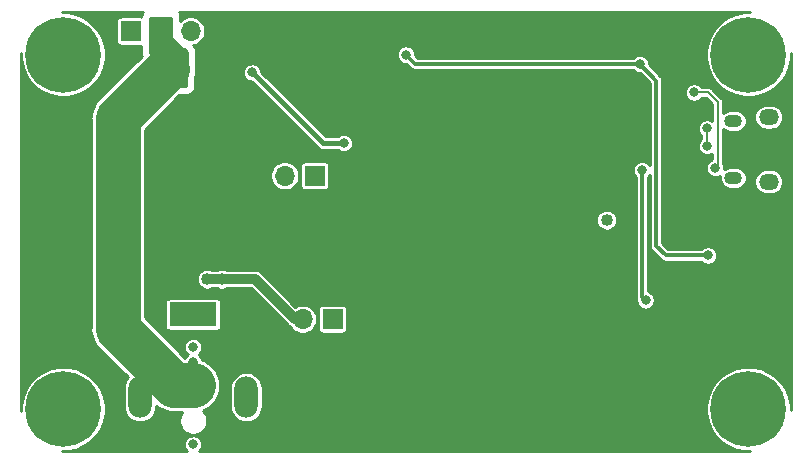
<source format=gbr>
%TF.GenerationSoftware,KiCad,Pcbnew,(5.1.6)-1*%
%TF.CreationDate,2020-06-23T15:14:12-07:00*%
%TF.ProjectId,LEDController,4c454443-6f6e-4747-926f-6c6c65722e6b,rev?*%
%TF.SameCoordinates,Original*%
%TF.FileFunction,Copper,L2,Bot*%
%TF.FilePolarity,Positive*%
%FSLAX46Y46*%
G04 Gerber Fmt 4.6, Leading zero omitted, Abs format (unit mm)*
G04 Created by KiCad (PCBNEW (5.1.6)-1) date 2020-06-23 15:14:12*
%MOMM*%
%LPD*%
G01*
G04 APERTURE LIST*
%TA.AperFunction,ComponentPad*%
%ADD10O,1.700000X1.700000*%
%TD*%
%TA.AperFunction,ComponentPad*%
%ADD11R,1.700000X1.700000*%
%TD*%
%TA.AperFunction,ComponentPad*%
%ADD12C,6.400000*%
%TD*%
%TA.AperFunction,ComponentPad*%
%ADD13C,0.800000*%
%TD*%
%TA.AperFunction,ComponentPad*%
%ADD14O,1.500000X1.100000*%
%TD*%
%TA.AperFunction,ComponentPad*%
%ADD15O,1.700000X1.350000*%
%TD*%
%TA.AperFunction,ComponentPad*%
%ADD16R,4.000000X2.000000*%
%TD*%
%TA.AperFunction,ComponentPad*%
%ADD17O,3.300000X2.000000*%
%TD*%
%TA.AperFunction,ComponentPad*%
%ADD18O,2.000000X3.500000*%
%TD*%
%TA.AperFunction,ViaPad*%
%ADD19C,1.016000*%
%TD*%
%TA.AperFunction,ViaPad*%
%ADD20C,0.800000*%
%TD*%
%TA.AperFunction,Conductor*%
%ADD21C,3.810000*%
%TD*%
%TA.AperFunction,Conductor*%
%ADD22C,0.304800*%
%TD*%
%TA.AperFunction,Conductor*%
%ADD23C,0.812800*%
%TD*%
%TA.AperFunction,Conductor*%
%ADD24C,0.203200*%
%TD*%
%TA.AperFunction,Conductor*%
%ADD25C,0.406400*%
%TD*%
%TA.AperFunction,Conductor*%
%ADD26C,0.254000*%
%TD*%
G04 APERTURE END LIST*
D10*
%TO.P,J7,2*%
%TO.N,VCC*%
X98260000Y-68400000D03*
D11*
%TO.P,J7,1*%
%TO.N,Net-(D1-Pad2)*%
X100800000Y-68400000D03*
%TD*%
D12*
%TO.P,H1,1*%
%TO.N,GND*%
X78000000Y-46000000D03*
D13*
X78000000Y-43600000D03*
X79697056Y-44302944D03*
X80400000Y-46000000D03*
X79697056Y-47697056D03*
X78000000Y-48400000D03*
X76302944Y-47697056D03*
X75600000Y-46000000D03*
X76302944Y-44302944D03*
%TD*%
%TO.P,H2,1*%
%TO.N,GND*%
X76302944Y-74302944D03*
X75600000Y-76000000D03*
X76302944Y-77697056D03*
X78000000Y-78400000D03*
X79697056Y-77697056D03*
X80400000Y-76000000D03*
X79697056Y-74302944D03*
X78000000Y-73600000D03*
D12*
X78000000Y-76000000D03*
%TD*%
%TO.P,H3,1*%
%TO.N,GND*%
X136000000Y-46000000D03*
D13*
X136000000Y-43600000D03*
X137697056Y-44302944D03*
X138400000Y-46000000D03*
X137697056Y-47697056D03*
X136000000Y-48400000D03*
X134302944Y-47697056D03*
X133600000Y-46000000D03*
X134302944Y-44302944D03*
%TD*%
%TO.P,H4,1*%
%TO.N,GND*%
X134302944Y-74302944D03*
X133600000Y-76000000D03*
X134302944Y-77697056D03*
X136000000Y-78400000D03*
X137697056Y-77697056D03*
X138400000Y-76000000D03*
X137697056Y-74302944D03*
X136000000Y-73600000D03*
D12*
X136000000Y-76000000D03*
%TD*%
D14*
%TO.P,J1,6*%
%TO.N,GND*%
X134730000Y-56445000D03*
X134730000Y-51605000D03*
D15*
X137730000Y-56755000D03*
X137730000Y-51295000D03*
%TD*%
D16*
%TO.P,J2,1*%
%TO.N,VCC*%
X89000000Y-68000000D03*
D17*
%TO.P,J2,2*%
%TO.N,GND*%
X89000000Y-74000000D03*
D18*
%TO.P,J2,MP*%
X84500000Y-75000000D03*
X93500000Y-75000000D03*
%TD*%
D11*
%TO.P,J3,1*%
%TO.N,VCC*%
X83710000Y-44000000D03*
D10*
%TO.P,J3,2*%
%TO.N,GND*%
X86250000Y-44000000D03*
%TO.P,J3,3*%
%TO.N,LED_PIN*%
X88790000Y-44000000D03*
%TD*%
%TO.P,J6,2*%
%TO.N,GND*%
X96750000Y-56250000D03*
D11*
%TO.P,J6,1*%
%TO.N,GPIO*%
X99290000Y-56250000D03*
%TD*%
D19*
%TO.N,GND*%
X86800000Y-46000000D03*
X88000000Y-47200000D03*
X86800000Y-47200000D03*
X87400000Y-48200000D03*
X88000000Y-46000000D03*
D20*
X89000000Y-70750000D03*
X89000000Y-72000000D03*
X89000000Y-79000000D03*
D19*
%TO.N,BOOT*%
X124000000Y-60000000D03*
%TO.N,+3V3*%
X98750000Y-46250000D03*
D20*
X116600000Y-63400000D03*
X131500000Y-50500000D03*
X104950000Y-69250000D03*
X105950000Y-69250000D03*
X106950000Y-69250000D03*
X106950000Y-70250000D03*
X105950000Y-70250000D03*
X106950000Y-71250000D03*
X104950000Y-68250000D03*
X105950000Y-68250000D03*
X106950000Y-68250000D03*
X107950000Y-68250000D03*
X108950000Y-68250000D03*
X131000000Y-47800000D03*
D19*
X100000000Y-46250000D03*
X100000000Y-47500000D03*
D20*
%TO.N,RESET*%
X132600000Y-63000000D03*
X126800000Y-46800000D03*
X107000000Y-46000000D03*
D19*
%TO.N,VCC*%
X90200000Y-65000000D03*
X91400000Y-65000000D03*
D20*
%TO.N,VBUS*%
X131400000Y-49200000D03*
X133200000Y-55600000D03*
%TO.N,D-*%
X132500000Y-52250000D03*
X132500000Y-53750000D03*
%TO.N,LED_PIN*%
X94000000Y-47500000D03*
X101750000Y-53500000D03*
%TO.N,RTS*%
X127300000Y-66799998D03*
X127000000Y-55750000D03*
%TD*%
D21*
%TO.N,GND*%
X86800000Y-47200000D02*
X82600000Y-51400000D01*
X82600000Y-51400000D02*
X82600000Y-69200000D01*
X87400000Y-74000000D02*
X82600000Y-69200000D01*
X89000000Y-74000000D02*
X87400000Y-74000000D01*
D22*
%TO.N,RESET*%
X132600000Y-63000000D02*
X129000000Y-63000000D01*
X129000000Y-63000000D02*
X128200000Y-62200000D01*
X128200000Y-62200000D02*
X128200000Y-48200000D01*
X128200000Y-48200000D02*
X126800000Y-46800000D01*
X126800000Y-46800000D02*
X126800000Y-46800000D01*
X126800000Y-46800000D02*
X107800000Y-46800000D01*
X107800000Y-46800000D02*
X107000000Y-46000000D01*
X107000000Y-46000000D02*
X107000000Y-46000000D01*
D23*
%TO.N,VCC*%
X94200000Y-65000000D02*
X97600000Y-68400000D01*
X97600000Y-68400000D02*
X98200000Y-68400000D01*
X91400000Y-65000000D02*
X94200000Y-65000000D01*
X90200000Y-65000000D02*
X91400000Y-65000000D01*
D24*
%TO.N,VBUS*%
X131400000Y-49200000D02*
X132600000Y-49200000D01*
X132600000Y-49200000D02*
X133400000Y-50000000D01*
X133400000Y-50000000D02*
X133400000Y-55400000D01*
X133400000Y-55400000D02*
X133200000Y-55600000D01*
X133200000Y-55600000D02*
X133200000Y-55600000D01*
%TO.N,D-*%
X132500000Y-53750000D02*
X132500000Y-52250000D01*
D25*
%TO.N,LED_PIN*%
X94000000Y-47500000D02*
X97750000Y-51250000D01*
X97750000Y-51250000D02*
X100000000Y-53500000D01*
X100000000Y-53500000D02*
X101750000Y-53500000D01*
D22*
X101750000Y-53500000D02*
X101750000Y-53500000D01*
%TO.N,RTS*%
X127000000Y-66499998D02*
X127300000Y-66799998D01*
X127000000Y-55750000D02*
X127000000Y-66499998D01*
%TD*%
D26*
%TO.N,+3V3*%
G36*
X84663336Y-42506996D02*
G01*
X84627201Y-42626118D01*
X84615000Y-42750000D01*
X84615000Y-42772574D01*
X84560000Y-42767157D01*
X82860000Y-42767157D01*
X82785311Y-42774513D01*
X82713492Y-42796299D01*
X82647304Y-42831678D01*
X82589289Y-42879289D01*
X82541678Y-42937304D01*
X82506299Y-43003492D01*
X82484513Y-43075311D01*
X82477157Y-43150000D01*
X82477157Y-44850000D01*
X82484513Y-44924689D01*
X82506299Y-44996508D01*
X82541678Y-45062696D01*
X82589289Y-45120711D01*
X82647304Y-45168322D01*
X82713492Y-45203701D01*
X82785311Y-45225487D01*
X82860000Y-45232843D01*
X84560000Y-45232843D01*
X84615000Y-45227426D01*
X84615000Y-46000000D01*
X84627201Y-46123882D01*
X84630931Y-46136177D01*
X81062967Y-49704142D01*
X80975733Y-49775733D01*
X80690064Y-50123823D01*
X80477793Y-50520954D01*
X80347077Y-50951867D01*
X80317714Y-51250000D01*
X80302940Y-51400000D01*
X80314000Y-51512293D01*
X80314001Y-69087698D01*
X80302940Y-69200000D01*
X80347078Y-69648134D01*
X80477793Y-70079046D01*
X80638688Y-70380058D01*
X80690065Y-70476178D01*
X80975734Y-70824267D01*
X81062962Y-70895853D01*
X83481398Y-73314289D01*
X83346185Y-73479046D01*
X83217949Y-73718958D01*
X83138982Y-73979278D01*
X83119000Y-74182158D01*
X83119000Y-75817843D01*
X83138982Y-76020723D01*
X83217950Y-76281043D01*
X83346186Y-76520955D01*
X83518762Y-76731239D01*
X83729046Y-76903815D01*
X83968958Y-77032051D01*
X84229278Y-77111018D01*
X84500000Y-77137682D01*
X84770723Y-77111018D01*
X85031043Y-77032051D01*
X85270955Y-76903815D01*
X85481239Y-76731239D01*
X85653815Y-76520955D01*
X85782051Y-76281043D01*
X85861018Y-76020723D01*
X85881000Y-75817843D01*
X85881000Y-75710657D01*
X86123822Y-75909936D01*
X86520953Y-76122207D01*
X86951866Y-76252923D01*
X87287705Y-76286000D01*
X87287707Y-76286000D01*
X87399999Y-76297060D01*
X87512292Y-76286000D01*
X88056704Y-76286000D01*
X87953412Y-76440587D01*
X87864386Y-76655515D01*
X87819000Y-76883682D01*
X87819000Y-77116318D01*
X87864386Y-77344485D01*
X87953412Y-77559413D01*
X88082658Y-77752843D01*
X88247157Y-77917342D01*
X88440587Y-78046588D01*
X88655515Y-78135614D01*
X88883682Y-78181000D01*
X89116318Y-78181000D01*
X89344485Y-78135614D01*
X89559413Y-78046588D01*
X89752843Y-77917342D01*
X89917342Y-77752843D01*
X90046588Y-77559413D01*
X90135614Y-77344485D01*
X90181000Y-77116318D01*
X90181000Y-76883682D01*
X90135614Y-76655515D01*
X90046588Y-76440587D01*
X89917342Y-76247157D01*
X89812560Y-76142375D01*
X89879047Y-76122207D01*
X90276178Y-75909936D01*
X90624267Y-75624267D01*
X90909936Y-75276178D01*
X91122207Y-74879047D01*
X91252923Y-74448134D01*
X91279119Y-74182158D01*
X92119000Y-74182158D01*
X92119000Y-75817843D01*
X92138982Y-76020723D01*
X92217950Y-76281043D01*
X92346186Y-76520955D01*
X92518762Y-76731239D01*
X92729046Y-76903815D01*
X92968958Y-77032051D01*
X93229278Y-77111018D01*
X93500000Y-77137682D01*
X93770723Y-77111018D01*
X94031043Y-77032051D01*
X94270955Y-76903815D01*
X94481239Y-76731239D01*
X94653815Y-76520955D01*
X94782051Y-76281043D01*
X94861018Y-76020723D01*
X94881000Y-75817843D01*
X94881000Y-74182157D01*
X94861018Y-73979277D01*
X94782051Y-73718957D01*
X94653815Y-73479045D01*
X94481238Y-73268761D01*
X94270954Y-73096185D01*
X94031042Y-72967949D01*
X93770722Y-72888982D01*
X93500000Y-72862318D01*
X93229277Y-72888982D01*
X92968957Y-72967949D01*
X92729045Y-73096185D01*
X92518761Y-73268762D01*
X92346185Y-73479046D01*
X92217949Y-73718958D01*
X92138982Y-73979278D01*
X92119000Y-74182158D01*
X91279119Y-74182158D01*
X91297060Y-74000000D01*
X91252923Y-73551866D01*
X91122207Y-73120953D01*
X90909936Y-72723822D01*
X90624267Y-72375733D01*
X90276178Y-72090064D01*
X89879047Y-71877793D01*
X89765118Y-71843233D01*
X89750987Y-71772191D01*
X89692113Y-71630058D01*
X89606642Y-71502141D01*
X89497859Y-71393358D01*
X89470384Y-71375000D01*
X89497859Y-71356642D01*
X89606642Y-71247859D01*
X89692113Y-71119942D01*
X89750987Y-70977809D01*
X89781000Y-70826922D01*
X89781000Y-70673078D01*
X89750987Y-70522191D01*
X89692113Y-70380058D01*
X89606642Y-70252141D01*
X89497859Y-70143358D01*
X89369942Y-70057887D01*
X89227809Y-69999013D01*
X89076922Y-69969000D01*
X88923078Y-69969000D01*
X88772191Y-69999013D01*
X88630058Y-70057887D01*
X88502141Y-70143358D01*
X88393358Y-70252141D01*
X88307887Y-70380058D01*
X88249013Y-70522191D01*
X88219000Y-70673078D01*
X88219000Y-70826922D01*
X88249013Y-70977809D01*
X88307887Y-71119942D01*
X88393358Y-71247859D01*
X88502141Y-71356642D01*
X88529616Y-71375000D01*
X88502141Y-71393358D01*
X88393358Y-71502141D01*
X88307887Y-71630058D01*
X88294725Y-71661833D01*
X84886000Y-68253109D01*
X84886000Y-67000000D01*
X86617157Y-67000000D01*
X86617157Y-69000000D01*
X86624513Y-69074689D01*
X86646299Y-69146508D01*
X86681678Y-69212696D01*
X86729289Y-69270711D01*
X86787304Y-69318322D01*
X86853492Y-69353701D01*
X86925311Y-69375487D01*
X87000000Y-69382843D01*
X91000000Y-69382843D01*
X91074689Y-69375487D01*
X91146508Y-69353701D01*
X91212696Y-69318322D01*
X91270711Y-69270711D01*
X91318322Y-69212696D01*
X91353701Y-69146508D01*
X91375487Y-69074689D01*
X91382843Y-69000000D01*
X91382843Y-67000000D01*
X91375487Y-66925311D01*
X91353701Y-66853492D01*
X91318322Y-66787304D01*
X91270711Y-66729289D01*
X91212696Y-66681678D01*
X91146508Y-66646299D01*
X91074689Y-66624513D01*
X91000000Y-66617157D01*
X87000000Y-66617157D01*
X86925311Y-66624513D01*
X86853492Y-66646299D01*
X86787304Y-66681678D01*
X86729289Y-66729289D01*
X86681678Y-66787304D01*
X86646299Y-66853492D01*
X86624513Y-66925311D01*
X86617157Y-67000000D01*
X84886000Y-67000000D01*
X84886000Y-64912441D01*
X89311000Y-64912441D01*
X89311000Y-65087559D01*
X89345164Y-65259312D01*
X89412179Y-65421099D01*
X89509469Y-65566704D01*
X89633296Y-65690531D01*
X89778901Y-65787821D01*
X89940688Y-65854836D01*
X90112441Y-65889000D01*
X90287559Y-65889000D01*
X90459312Y-65854836D01*
X90621099Y-65787821D01*
X90621729Y-65787400D01*
X90978271Y-65787400D01*
X90978901Y-65787821D01*
X91140688Y-65854836D01*
X91312441Y-65889000D01*
X91487559Y-65889000D01*
X91659312Y-65854836D01*
X91821099Y-65787821D01*
X91821729Y-65787400D01*
X93873850Y-65787400D01*
X97015881Y-68929433D01*
X97040531Y-68959469D01*
X97070567Y-68984119D01*
X97070569Y-68984121D01*
X97089918Y-69000000D01*
X97160428Y-69057866D01*
X97251636Y-69106618D01*
X97303820Y-69184717D01*
X97475283Y-69356180D01*
X97676903Y-69490898D01*
X97900931Y-69583693D01*
X98138757Y-69631000D01*
X98381243Y-69631000D01*
X98619069Y-69583693D01*
X98843097Y-69490898D01*
X99044717Y-69356180D01*
X99216180Y-69184717D01*
X99350898Y-68983097D01*
X99443693Y-68759069D01*
X99491000Y-68521243D01*
X99491000Y-68278757D01*
X99443693Y-68040931D01*
X99350898Y-67816903D01*
X99216180Y-67615283D01*
X99150897Y-67550000D01*
X99567157Y-67550000D01*
X99567157Y-69250000D01*
X99574513Y-69324689D01*
X99596299Y-69396508D01*
X99631678Y-69462696D01*
X99679289Y-69520711D01*
X99737304Y-69568322D01*
X99803492Y-69603701D01*
X99875311Y-69625487D01*
X99950000Y-69632843D01*
X101650000Y-69632843D01*
X101724689Y-69625487D01*
X101796508Y-69603701D01*
X101862696Y-69568322D01*
X101920711Y-69520711D01*
X101968322Y-69462696D01*
X102003701Y-69396508D01*
X102025487Y-69324689D01*
X102032843Y-69250000D01*
X102032843Y-67550000D01*
X102025487Y-67475311D01*
X102003701Y-67403492D01*
X101968322Y-67337304D01*
X101920711Y-67279289D01*
X101862696Y-67231678D01*
X101796508Y-67196299D01*
X101724689Y-67174513D01*
X101650000Y-67167157D01*
X99950000Y-67167157D01*
X99875311Y-67174513D01*
X99803492Y-67196299D01*
X99737304Y-67231678D01*
X99679289Y-67279289D01*
X99631678Y-67337304D01*
X99596299Y-67403492D01*
X99574513Y-67475311D01*
X99567157Y-67550000D01*
X99150897Y-67550000D01*
X99044717Y-67443820D01*
X98843097Y-67309102D01*
X98619069Y-67216307D01*
X98381243Y-67169000D01*
X98138757Y-67169000D01*
X97900931Y-67216307D01*
X97676903Y-67309102D01*
X97644383Y-67330831D01*
X94784128Y-64470578D01*
X94759469Y-64440531D01*
X94639572Y-64342134D01*
X94502783Y-64269018D01*
X94354357Y-64223994D01*
X94238673Y-64212600D01*
X94238663Y-64212600D01*
X94200000Y-64208792D01*
X94161337Y-64212600D01*
X91821729Y-64212600D01*
X91821099Y-64212179D01*
X91659312Y-64145164D01*
X91487559Y-64111000D01*
X91312441Y-64111000D01*
X91140688Y-64145164D01*
X90978901Y-64212179D01*
X90978271Y-64212600D01*
X90621729Y-64212600D01*
X90621099Y-64212179D01*
X90459312Y-64145164D01*
X90287559Y-64111000D01*
X90112441Y-64111000D01*
X89940688Y-64145164D01*
X89778901Y-64212179D01*
X89633296Y-64309469D01*
X89509469Y-64433296D01*
X89412179Y-64578901D01*
X89345164Y-64740688D01*
X89311000Y-64912441D01*
X84886000Y-64912441D01*
X84886000Y-59912441D01*
X123111000Y-59912441D01*
X123111000Y-60087559D01*
X123145164Y-60259312D01*
X123212179Y-60421099D01*
X123309469Y-60566704D01*
X123433296Y-60690531D01*
X123578901Y-60787821D01*
X123740688Y-60854836D01*
X123912441Y-60889000D01*
X124087559Y-60889000D01*
X124259312Y-60854836D01*
X124421099Y-60787821D01*
X124566704Y-60690531D01*
X124690531Y-60566704D01*
X124787821Y-60421099D01*
X124854836Y-60259312D01*
X124889000Y-60087559D01*
X124889000Y-59912441D01*
X124854836Y-59740688D01*
X124787821Y-59578901D01*
X124690531Y-59433296D01*
X124566704Y-59309469D01*
X124421099Y-59212179D01*
X124259312Y-59145164D01*
X124087559Y-59111000D01*
X123912441Y-59111000D01*
X123740688Y-59145164D01*
X123578901Y-59212179D01*
X123433296Y-59309469D01*
X123309469Y-59433296D01*
X123212179Y-59578901D01*
X123145164Y-59740688D01*
X123111000Y-59912441D01*
X84886000Y-59912441D01*
X84886000Y-56128757D01*
X95519000Y-56128757D01*
X95519000Y-56371243D01*
X95566307Y-56609069D01*
X95659102Y-56833097D01*
X95793820Y-57034717D01*
X95965283Y-57206180D01*
X96166903Y-57340898D01*
X96390931Y-57433693D01*
X96628757Y-57481000D01*
X96871243Y-57481000D01*
X97109069Y-57433693D01*
X97333097Y-57340898D01*
X97534717Y-57206180D01*
X97706180Y-57034717D01*
X97840898Y-56833097D01*
X97933693Y-56609069D01*
X97981000Y-56371243D01*
X97981000Y-56128757D01*
X97933693Y-55890931D01*
X97840898Y-55666903D01*
X97706180Y-55465283D01*
X97640897Y-55400000D01*
X98057157Y-55400000D01*
X98057157Y-57100000D01*
X98064513Y-57174689D01*
X98086299Y-57246508D01*
X98121678Y-57312696D01*
X98169289Y-57370711D01*
X98227304Y-57418322D01*
X98293492Y-57453701D01*
X98365311Y-57475487D01*
X98440000Y-57482843D01*
X100140000Y-57482843D01*
X100214689Y-57475487D01*
X100286508Y-57453701D01*
X100352696Y-57418322D01*
X100410711Y-57370711D01*
X100458322Y-57312696D01*
X100493701Y-57246508D01*
X100515487Y-57174689D01*
X100522843Y-57100000D01*
X100522843Y-55400000D01*
X100515487Y-55325311D01*
X100493701Y-55253492D01*
X100458322Y-55187304D01*
X100410711Y-55129289D01*
X100352696Y-55081678D01*
X100286508Y-55046299D01*
X100214689Y-55024513D01*
X100140000Y-55017157D01*
X98440000Y-55017157D01*
X98365311Y-55024513D01*
X98293492Y-55046299D01*
X98227304Y-55081678D01*
X98169289Y-55129289D01*
X98121678Y-55187304D01*
X98086299Y-55253492D01*
X98064513Y-55325311D01*
X98057157Y-55400000D01*
X97640897Y-55400000D01*
X97534717Y-55293820D01*
X97333097Y-55159102D01*
X97109069Y-55066307D01*
X96871243Y-55019000D01*
X96628757Y-55019000D01*
X96390931Y-55066307D01*
X96166903Y-55159102D01*
X95965283Y-55293820D01*
X95793820Y-55465283D01*
X95659102Y-55666903D01*
X95566307Y-55890931D01*
X95519000Y-56128757D01*
X84886000Y-56128757D01*
X84886000Y-52346891D01*
X87797892Y-49435000D01*
X88200000Y-49435000D01*
X88367717Y-49412451D01*
X88439454Y-49385000D01*
X88500000Y-49385000D01*
X88588150Y-49378852D01*
X88709139Y-49349571D01*
X88822091Y-49297250D01*
X88922665Y-49223898D01*
X89006997Y-49132334D01*
X89071845Y-49026077D01*
X89114717Y-48909211D01*
X89133966Y-48786227D01*
X89187765Y-47844751D01*
X89202414Y-47800803D01*
X89222799Y-47723882D01*
X89235000Y-47600000D01*
X89235000Y-47423078D01*
X93219000Y-47423078D01*
X93219000Y-47576922D01*
X93249013Y-47727809D01*
X93307887Y-47869942D01*
X93393358Y-47997859D01*
X93502141Y-48106642D01*
X93630058Y-48192113D01*
X93772191Y-48250987D01*
X93923078Y-48281000D01*
X93954817Y-48281000D01*
X97357196Y-51683380D01*
X97357201Y-51683384D01*
X99566622Y-53892806D01*
X99584910Y-53915090D01*
X99607194Y-53933378D01*
X99607196Y-53933380D01*
X99673866Y-53988094D01*
X99775355Y-54042341D01*
X99885477Y-54075746D01*
X100000000Y-54087026D01*
X100028692Y-54084200D01*
X101229699Y-54084200D01*
X101252141Y-54106642D01*
X101380058Y-54192113D01*
X101522191Y-54250987D01*
X101673078Y-54281000D01*
X101826922Y-54281000D01*
X101977809Y-54250987D01*
X102119942Y-54192113D01*
X102247859Y-54106642D01*
X102356642Y-53997859D01*
X102442113Y-53869942D01*
X102500987Y-53727809D01*
X102531000Y-53576922D01*
X102531000Y-53423078D01*
X102500987Y-53272191D01*
X102442113Y-53130058D01*
X102356642Y-53002141D01*
X102247859Y-52893358D01*
X102119942Y-52807887D01*
X101977809Y-52749013D01*
X101826922Y-52719000D01*
X101673078Y-52719000D01*
X101522191Y-52749013D01*
X101380058Y-52807887D01*
X101252141Y-52893358D01*
X101229699Y-52915800D01*
X100241984Y-52915800D01*
X98183384Y-50857201D01*
X98183380Y-50857196D01*
X94781000Y-47454817D01*
X94781000Y-47423078D01*
X94750987Y-47272191D01*
X94692113Y-47130058D01*
X94606642Y-47002141D01*
X94497859Y-46893358D01*
X94369942Y-46807887D01*
X94227809Y-46749013D01*
X94076922Y-46719000D01*
X93923078Y-46719000D01*
X93772191Y-46749013D01*
X93630058Y-46807887D01*
X93502141Y-46893358D01*
X93393358Y-47002141D01*
X93307887Y-47130058D01*
X93249013Y-47272191D01*
X93219000Y-47423078D01*
X89235000Y-47423078D01*
X89235000Y-45923078D01*
X106219000Y-45923078D01*
X106219000Y-46076922D01*
X106249013Y-46227809D01*
X106307887Y-46369942D01*
X106393358Y-46497859D01*
X106502141Y-46606642D01*
X106630058Y-46692113D01*
X106772191Y-46750987D01*
X106923078Y-46781000D01*
X107026659Y-46781000D01*
X107404304Y-47158645D01*
X107421005Y-47178995D01*
X107502225Y-47245651D01*
X107594889Y-47295181D01*
X107695435Y-47325681D01*
X107773805Y-47333400D01*
X107773813Y-47333400D01*
X107800000Y-47335979D01*
X107826187Y-47333400D01*
X126228899Y-47333400D01*
X126302141Y-47406642D01*
X126430058Y-47492113D01*
X126572191Y-47550987D01*
X126723078Y-47581000D01*
X126826659Y-47581000D01*
X127666601Y-48420943D01*
X127666600Y-55341876D01*
X127606642Y-55252141D01*
X127497859Y-55143358D01*
X127369942Y-55057887D01*
X127227809Y-54999013D01*
X127076922Y-54969000D01*
X126923078Y-54969000D01*
X126772191Y-54999013D01*
X126630058Y-55057887D01*
X126502141Y-55143358D01*
X126393358Y-55252141D01*
X126307887Y-55380058D01*
X126249013Y-55522191D01*
X126219000Y-55673078D01*
X126219000Y-55826922D01*
X126249013Y-55977809D01*
X126307887Y-56119942D01*
X126393358Y-56247859D01*
X126466600Y-56321101D01*
X126466601Y-66473801D01*
X126464021Y-66499998D01*
X126474319Y-66604562D01*
X126504819Y-66705108D01*
X126517744Y-66729289D01*
X126519000Y-66731638D01*
X126519000Y-66876920D01*
X126549013Y-67027807D01*
X126607887Y-67169940D01*
X126693358Y-67297857D01*
X126802141Y-67406640D01*
X126930058Y-67492111D01*
X127072191Y-67550985D01*
X127223078Y-67580998D01*
X127376922Y-67580998D01*
X127527809Y-67550985D01*
X127669942Y-67492111D01*
X127797859Y-67406640D01*
X127906642Y-67297857D01*
X127992113Y-67169940D01*
X128050987Y-67027807D01*
X128081000Y-66876920D01*
X128081000Y-66723076D01*
X128050987Y-66572189D01*
X127992113Y-66430056D01*
X127906642Y-66302139D01*
X127797859Y-66193356D01*
X127669942Y-66107885D01*
X127533400Y-66051327D01*
X127533400Y-56321101D01*
X127606642Y-56247859D01*
X127666600Y-56158124D01*
X127666600Y-62173813D01*
X127664021Y-62200000D01*
X127666600Y-62226187D01*
X127666600Y-62226194D01*
X127674319Y-62304564D01*
X127704819Y-62405110D01*
X127754349Y-62497775D01*
X127821005Y-62578995D01*
X127841355Y-62595696D01*
X128604304Y-63358645D01*
X128621005Y-63378995D01*
X128702225Y-63445651D01*
X128794889Y-63495181D01*
X128895435Y-63525681D01*
X128973805Y-63533400D01*
X128973813Y-63533400D01*
X129000000Y-63535979D01*
X129026187Y-63533400D01*
X132028899Y-63533400D01*
X132102141Y-63606642D01*
X132230058Y-63692113D01*
X132372191Y-63750987D01*
X132523078Y-63781000D01*
X132676922Y-63781000D01*
X132827809Y-63750987D01*
X132969942Y-63692113D01*
X133097859Y-63606642D01*
X133206642Y-63497859D01*
X133292113Y-63369942D01*
X133350987Y-63227809D01*
X133381000Y-63076922D01*
X133381000Y-62923078D01*
X133350987Y-62772191D01*
X133292113Y-62630058D01*
X133206642Y-62502141D01*
X133097859Y-62393358D01*
X132969942Y-62307887D01*
X132827809Y-62249013D01*
X132676922Y-62219000D01*
X132523078Y-62219000D01*
X132372191Y-62249013D01*
X132230058Y-62307887D01*
X132102141Y-62393358D01*
X132028899Y-62466600D01*
X129220941Y-62466600D01*
X128733400Y-61979059D01*
X128733400Y-49123078D01*
X130619000Y-49123078D01*
X130619000Y-49276922D01*
X130649013Y-49427809D01*
X130707887Y-49569942D01*
X130793358Y-49697859D01*
X130902141Y-49806642D01*
X131030058Y-49892113D01*
X131172191Y-49950987D01*
X131323078Y-49981000D01*
X131476922Y-49981000D01*
X131627809Y-49950987D01*
X131769942Y-49892113D01*
X131897859Y-49806642D01*
X132006642Y-49697859D01*
X132016838Y-49682600D01*
X132400101Y-49682600D01*
X132917400Y-50199900D01*
X132917400Y-51589597D01*
X132869942Y-51557887D01*
X132727809Y-51499013D01*
X132576922Y-51469000D01*
X132423078Y-51469000D01*
X132272191Y-51499013D01*
X132130058Y-51557887D01*
X132002141Y-51643358D01*
X131893358Y-51752141D01*
X131807887Y-51880058D01*
X131749013Y-52022191D01*
X131719000Y-52173078D01*
X131719000Y-52326922D01*
X131749013Y-52477809D01*
X131807887Y-52619942D01*
X131893358Y-52747859D01*
X132002141Y-52856642D01*
X132017401Y-52866838D01*
X132017400Y-53133162D01*
X132002141Y-53143358D01*
X131893358Y-53252141D01*
X131807887Y-53380058D01*
X131749013Y-53522191D01*
X131719000Y-53673078D01*
X131719000Y-53826922D01*
X131749013Y-53977809D01*
X131807887Y-54119942D01*
X131893358Y-54247859D01*
X132002141Y-54356642D01*
X132130058Y-54442113D01*
X132272191Y-54500987D01*
X132423078Y-54531000D01*
X132576922Y-54531000D01*
X132727809Y-54500987D01*
X132869942Y-54442113D01*
X132917401Y-54410402D01*
X132917401Y-54871708D01*
X132830058Y-54907887D01*
X132702141Y-54993358D01*
X132593358Y-55102141D01*
X132507887Y-55230058D01*
X132449013Y-55372191D01*
X132419000Y-55523078D01*
X132419000Y-55676922D01*
X132449013Y-55827809D01*
X132507887Y-55969942D01*
X132593358Y-56097859D01*
X132702141Y-56206642D01*
X132830058Y-56292113D01*
X132972191Y-56350987D01*
X133123078Y-56381000D01*
X133276922Y-56381000D01*
X133427809Y-56350987D01*
X133569942Y-56292113D01*
X133612344Y-56263781D01*
X133594496Y-56445000D01*
X133612471Y-56627508D01*
X133665707Y-56803002D01*
X133752157Y-56964738D01*
X133868499Y-57106501D01*
X134010262Y-57222843D01*
X134171998Y-57309293D01*
X134347492Y-57362529D01*
X134484269Y-57376000D01*
X134975731Y-57376000D01*
X135112508Y-57362529D01*
X135288002Y-57309293D01*
X135449738Y-57222843D01*
X135591501Y-57106501D01*
X135707843Y-56964738D01*
X135794293Y-56803002D01*
X135808854Y-56755000D01*
X136493891Y-56755000D01*
X136514280Y-56962012D01*
X136574663Y-57161069D01*
X136672720Y-57344521D01*
X136804683Y-57505317D01*
X136965479Y-57637280D01*
X137148931Y-57735337D01*
X137347988Y-57795720D01*
X137503128Y-57811000D01*
X137956872Y-57811000D01*
X138112012Y-57795720D01*
X138311069Y-57735337D01*
X138494521Y-57637280D01*
X138655317Y-57505317D01*
X138787280Y-57344521D01*
X138885337Y-57161069D01*
X138945720Y-56962012D01*
X138966109Y-56755000D01*
X138945720Y-56547988D01*
X138885337Y-56348931D01*
X138787280Y-56165479D01*
X138655317Y-56004683D01*
X138494521Y-55872720D01*
X138311069Y-55774663D01*
X138112012Y-55714280D01*
X137956872Y-55699000D01*
X137503128Y-55699000D01*
X137347988Y-55714280D01*
X137148931Y-55774663D01*
X136965479Y-55872720D01*
X136804683Y-56004683D01*
X136672720Y-56165479D01*
X136574663Y-56348931D01*
X136514280Y-56547988D01*
X136493891Y-56755000D01*
X135808854Y-56755000D01*
X135847529Y-56627508D01*
X135865504Y-56445000D01*
X135847529Y-56262492D01*
X135794293Y-56086998D01*
X135707843Y-55925262D01*
X135591501Y-55783499D01*
X135449738Y-55667157D01*
X135288002Y-55580707D01*
X135112508Y-55527471D01*
X134975731Y-55514000D01*
X134484269Y-55514000D01*
X134347492Y-55527471D01*
X134171998Y-55580707D01*
X134010262Y-55667157D01*
X133977613Y-55693952D01*
X133981000Y-55676922D01*
X133981000Y-55523078D01*
X133950987Y-55372191D01*
X133892113Y-55230058D01*
X133882600Y-55215821D01*
X133882600Y-52278073D01*
X134010262Y-52382843D01*
X134171998Y-52469293D01*
X134347492Y-52522529D01*
X134484269Y-52536000D01*
X134975731Y-52536000D01*
X135112508Y-52522529D01*
X135288002Y-52469293D01*
X135449738Y-52382843D01*
X135591501Y-52266501D01*
X135707843Y-52124738D01*
X135794293Y-51963002D01*
X135847529Y-51787508D01*
X135865504Y-51605000D01*
X135847529Y-51422492D01*
X135808855Y-51295000D01*
X136493891Y-51295000D01*
X136514280Y-51502012D01*
X136574663Y-51701069D01*
X136672720Y-51884521D01*
X136804683Y-52045317D01*
X136965479Y-52177280D01*
X137148931Y-52275337D01*
X137347988Y-52335720D01*
X137503128Y-52351000D01*
X137956872Y-52351000D01*
X138112012Y-52335720D01*
X138311069Y-52275337D01*
X138494521Y-52177280D01*
X138655317Y-52045317D01*
X138787280Y-51884521D01*
X138885337Y-51701069D01*
X138945720Y-51502012D01*
X138966109Y-51295000D01*
X138945720Y-51087988D01*
X138885337Y-50888931D01*
X138787280Y-50705479D01*
X138655317Y-50544683D01*
X138494521Y-50412720D01*
X138311069Y-50314663D01*
X138112012Y-50254280D01*
X137956872Y-50239000D01*
X137503128Y-50239000D01*
X137347988Y-50254280D01*
X137148931Y-50314663D01*
X136965479Y-50412720D01*
X136804683Y-50544683D01*
X136672720Y-50705479D01*
X136574663Y-50888931D01*
X136514280Y-51087988D01*
X136493891Y-51295000D01*
X135808855Y-51295000D01*
X135794293Y-51246998D01*
X135707843Y-51085262D01*
X135591501Y-50943499D01*
X135449738Y-50827157D01*
X135288002Y-50740707D01*
X135112508Y-50687471D01*
X134975731Y-50674000D01*
X134484269Y-50674000D01*
X134347492Y-50687471D01*
X134171998Y-50740707D01*
X134010262Y-50827157D01*
X133882600Y-50931927D01*
X133882600Y-50023707D01*
X133884935Y-50000000D01*
X133875617Y-49905393D01*
X133848022Y-49814423D01*
X133803208Y-49730584D01*
X133758013Y-49675513D01*
X133758012Y-49675512D01*
X133742901Y-49657099D01*
X133724487Y-49641987D01*
X132958017Y-48875518D01*
X132942901Y-48857099D01*
X132869415Y-48796791D01*
X132785577Y-48751978D01*
X132694606Y-48724383D01*
X132623707Y-48717400D01*
X132623705Y-48717400D01*
X132600000Y-48715065D01*
X132576295Y-48717400D01*
X132016838Y-48717400D01*
X132006642Y-48702141D01*
X131897859Y-48593358D01*
X131769942Y-48507887D01*
X131627809Y-48449013D01*
X131476922Y-48419000D01*
X131323078Y-48419000D01*
X131172191Y-48449013D01*
X131030058Y-48507887D01*
X130902141Y-48593358D01*
X130793358Y-48702141D01*
X130707887Y-48830058D01*
X130649013Y-48972191D01*
X130619000Y-49123078D01*
X128733400Y-49123078D01*
X128733400Y-48226187D01*
X128735979Y-48200000D01*
X128733400Y-48173813D01*
X128733400Y-48173805D01*
X128725681Y-48095435D01*
X128695181Y-47994889D01*
X128645651Y-47902225D01*
X128578995Y-47821005D01*
X128558651Y-47804309D01*
X127581000Y-46826659D01*
X127581000Y-46723078D01*
X127550987Y-46572191D01*
X127492113Y-46430058D01*
X127406642Y-46302141D01*
X127297859Y-46193358D01*
X127169942Y-46107887D01*
X127027809Y-46049013D01*
X126876922Y-46019000D01*
X126723078Y-46019000D01*
X126572191Y-46049013D01*
X126430058Y-46107887D01*
X126302141Y-46193358D01*
X126228899Y-46266600D01*
X108020941Y-46266600D01*
X107781000Y-46026659D01*
X107781000Y-45923078D01*
X107750987Y-45772191D01*
X107692113Y-45630058D01*
X107606642Y-45502141D01*
X107497859Y-45393358D01*
X107369942Y-45307887D01*
X107227809Y-45249013D01*
X107076922Y-45219000D01*
X106923078Y-45219000D01*
X106772191Y-45249013D01*
X106630058Y-45307887D01*
X106502141Y-45393358D01*
X106393358Y-45502141D01*
X106307887Y-45630058D01*
X106249013Y-45772191D01*
X106219000Y-45923078D01*
X89235000Y-45923078D01*
X89235000Y-45700000D01*
X89207970Y-45516704D01*
X89160529Y-45401617D01*
X89091547Y-45297997D01*
X89007104Y-45213266D01*
X89006687Y-45212015D01*
X89149069Y-45183693D01*
X89373097Y-45090898D01*
X89574717Y-44956180D01*
X89746180Y-44784717D01*
X89880898Y-44583097D01*
X89973693Y-44359069D01*
X90021000Y-44121243D01*
X90021000Y-43878757D01*
X89973693Y-43640931D01*
X89880898Y-43416903D01*
X89746180Y-43215283D01*
X89574717Y-43043820D01*
X89373097Y-42909102D01*
X89149069Y-42816307D01*
X88911243Y-42769000D01*
X88668757Y-42769000D01*
X88430931Y-42816307D01*
X88206903Y-42909102D01*
X88005283Y-43043820D01*
X87904728Y-43144375D01*
X87909942Y-42758580D01*
X87897799Y-42626118D01*
X87861664Y-42506996D01*
X87807680Y-42406000D01*
X135980147Y-42406000D01*
X136112732Y-42419000D01*
X135647302Y-42419000D01*
X134955461Y-42556616D01*
X134303760Y-42826559D01*
X133717246Y-43218456D01*
X133218456Y-43717246D01*
X132826559Y-44303760D01*
X132556616Y-44955461D01*
X132419000Y-45647302D01*
X132419000Y-46352698D01*
X132556616Y-47044539D01*
X132826559Y-47696240D01*
X133218456Y-48282754D01*
X133717246Y-48781544D01*
X134303760Y-49173441D01*
X134955461Y-49443384D01*
X135647302Y-49581000D01*
X136352698Y-49581000D01*
X137044539Y-49443384D01*
X137696240Y-49173441D01*
X138282754Y-48781544D01*
X138781544Y-48282754D01*
X139173441Y-47696240D01*
X139443384Y-47044539D01*
X139581000Y-46352698D01*
X139581000Y-45870591D01*
X139593976Y-45994053D01*
X139594000Y-46000834D01*
X139594001Y-75980136D01*
X139581000Y-76112731D01*
X139581000Y-75647302D01*
X139443384Y-74955461D01*
X139173441Y-74303760D01*
X138781544Y-73717246D01*
X138282754Y-73218456D01*
X137696240Y-72826559D01*
X137044539Y-72556616D01*
X136352698Y-72419000D01*
X135647302Y-72419000D01*
X134955461Y-72556616D01*
X134303760Y-72826559D01*
X133717246Y-73218456D01*
X133218456Y-73717246D01*
X132826559Y-74303760D01*
X132556616Y-74955461D01*
X132419000Y-75647302D01*
X132419000Y-76352698D01*
X132556616Y-77044539D01*
X132826559Y-77696240D01*
X133218456Y-78282754D01*
X133717246Y-78781544D01*
X134303760Y-79173441D01*
X134955461Y-79443384D01*
X135647302Y-79581000D01*
X136129409Y-79581000D01*
X136005947Y-79593976D01*
X135999166Y-79594000D01*
X89510501Y-79594000D01*
X89606642Y-79497859D01*
X89692113Y-79369942D01*
X89750987Y-79227809D01*
X89781000Y-79076922D01*
X89781000Y-78923078D01*
X89750987Y-78772191D01*
X89692113Y-78630058D01*
X89606642Y-78502141D01*
X89497859Y-78393358D01*
X89369942Y-78307887D01*
X89227809Y-78249013D01*
X89076922Y-78219000D01*
X88923078Y-78219000D01*
X88772191Y-78249013D01*
X88630058Y-78307887D01*
X88502141Y-78393358D01*
X88393358Y-78502141D01*
X88307887Y-78630058D01*
X88249013Y-78772191D01*
X88219000Y-78923078D01*
X88219000Y-79076922D01*
X88249013Y-79227809D01*
X88307887Y-79369942D01*
X88393358Y-79497859D01*
X88489499Y-79594000D01*
X78019854Y-79594000D01*
X77887269Y-79581000D01*
X78352698Y-79581000D01*
X79044539Y-79443384D01*
X79696240Y-79173441D01*
X80282754Y-78781544D01*
X80781544Y-78282754D01*
X81173441Y-77696240D01*
X81443384Y-77044539D01*
X81581000Y-76352698D01*
X81581000Y-75647302D01*
X81443384Y-74955461D01*
X81173441Y-74303760D01*
X80781544Y-73717246D01*
X80282754Y-73218456D01*
X79696240Y-72826559D01*
X79044539Y-72556616D01*
X78352698Y-72419000D01*
X77647302Y-72419000D01*
X76955461Y-72556616D01*
X76303760Y-72826559D01*
X75717246Y-73218456D01*
X75218456Y-73717246D01*
X74826559Y-74303760D01*
X74556616Y-74955461D01*
X74419000Y-75647302D01*
X74419000Y-76129409D01*
X74406024Y-76005947D01*
X74406000Y-75999166D01*
X74406000Y-46019853D01*
X74419000Y-45887268D01*
X74419000Y-46352698D01*
X74556616Y-47044539D01*
X74826559Y-47696240D01*
X75218456Y-48282754D01*
X75717246Y-48781544D01*
X76303760Y-49173441D01*
X76955461Y-49443384D01*
X77647302Y-49581000D01*
X78352698Y-49581000D01*
X79044539Y-49443384D01*
X79696240Y-49173441D01*
X80282754Y-48781544D01*
X80781544Y-48282754D01*
X81173441Y-47696240D01*
X81443384Y-47044539D01*
X81581000Y-46352698D01*
X81581000Y-45647302D01*
X81443384Y-44955461D01*
X81173441Y-44303760D01*
X80781544Y-43717246D01*
X80282754Y-43218456D01*
X79696240Y-42826559D01*
X79044539Y-42556616D01*
X78352698Y-42419000D01*
X77870591Y-42419000D01*
X77994053Y-42406024D01*
X78000834Y-42406000D01*
X84717320Y-42406000D01*
X84663336Y-42506996D01*
G37*
X84663336Y-42506996D02*
X84627201Y-42626118D01*
X84615000Y-42750000D01*
X84615000Y-42772574D01*
X84560000Y-42767157D01*
X82860000Y-42767157D01*
X82785311Y-42774513D01*
X82713492Y-42796299D01*
X82647304Y-42831678D01*
X82589289Y-42879289D01*
X82541678Y-42937304D01*
X82506299Y-43003492D01*
X82484513Y-43075311D01*
X82477157Y-43150000D01*
X82477157Y-44850000D01*
X82484513Y-44924689D01*
X82506299Y-44996508D01*
X82541678Y-45062696D01*
X82589289Y-45120711D01*
X82647304Y-45168322D01*
X82713492Y-45203701D01*
X82785311Y-45225487D01*
X82860000Y-45232843D01*
X84560000Y-45232843D01*
X84615000Y-45227426D01*
X84615000Y-46000000D01*
X84627201Y-46123882D01*
X84630931Y-46136177D01*
X81062967Y-49704142D01*
X80975733Y-49775733D01*
X80690064Y-50123823D01*
X80477793Y-50520954D01*
X80347077Y-50951867D01*
X80317714Y-51250000D01*
X80302940Y-51400000D01*
X80314000Y-51512293D01*
X80314001Y-69087698D01*
X80302940Y-69200000D01*
X80347078Y-69648134D01*
X80477793Y-70079046D01*
X80638688Y-70380058D01*
X80690065Y-70476178D01*
X80975734Y-70824267D01*
X81062962Y-70895853D01*
X83481398Y-73314289D01*
X83346185Y-73479046D01*
X83217949Y-73718958D01*
X83138982Y-73979278D01*
X83119000Y-74182158D01*
X83119000Y-75817843D01*
X83138982Y-76020723D01*
X83217950Y-76281043D01*
X83346186Y-76520955D01*
X83518762Y-76731239D01*
X83729046Y-76903815D01*
X83968958Y-77032051D01*
X84229278Y-77111018D01*
X84500000Y-77137682D01*
X84770723Y-77111018D01*
X85031043Y-77032051D01*
X85270955Y-76903815D01*
X85481239Y-76731239D01*
X85653815Y-76520955D01*
X85782051Y-76281043D01*
X85861018Y-76020723D01*
X85881000Y-75817843D01*
X85881000Y-75710657D01*
X86123822Y-75909936D01*
X86520953Y-76122207D01*
X86951866Y-76252923D01*
X87287705Y-76286000D01*
X87287707Y-76286000D01*
X87399999Y-76297060D01*
X87512292Y-76286000D01*
X88056704Y-76286000D01*
X87953412Y-76440587D01*
X87864386Y-76655515D01*
X87819000Y-76883682D01*
X87819000Y-77116318D01*
X87864386Y-77344485D01*
X87953412Y-77559413D01*
X88082658Y-77752843D01*
X88247157Y-77917342D01*
X88440587Y-78046588D01*
X88655515Y-78135614D01*
X88883682Y-78181000D01*
X89116318Y-78181000D01*
X89344485Y-78135614D01*
X89559413Y-78046588D01*
X89752843Y-77917342D01*
X89917342Y-77752843D01*
X90046588Y-77559413D01*
X90135614Y-77344485D01*
X90181000Y-77116318D01*
X90181000Y-76883682D01*
X90135614Y-76655515D01*
X90046588Y-76440587D01*
X89917342Y-76247157D01*
X89812560Y-76142375D01*
X89879047Y-76122207D01*
X90276178Y-75909936D01*
X90624267Y-75624267D01*
X90909936Y-75276178D01*
X91122207Y-74879047D01*
X91252923Y-74448134D01*
X91279119Y-74182158D01*
X92119000Y-74182158D01*
X92119000Y-75817843D01*
X92138982Y-76020723D01*
X92217950Y-76281043D01*
X92346186Y-76520955D01*
X92518762Y-76731239D01*
X92729046Y-76903815D01*
X92968958Y-77032051D01*
X93229278Y-77111018D01*
X93500000Y-77137682D01*
X93770723Y-77111018D01*
X94031043Y-77032051D01*
X94270955Y-76903815D01*
X94481239Y-76731239D01*
X94653815Y-76520955D01*
X94782051Y-76281043D01*
X94861018Y-76020723D01*
X94881000Y-75817843D01*
X94881000Y-74182157D01*
X94861018Y-73979277D01*
X94782051Y-73718957D01*
X94653815Y-73479045D01*
X94481238Y-73268761D01*
X94270954Y-73096185D01*
X94031042Y-72967949D01*
X93770722Y-72888982D01*
X93500000Y-72862318D01*
X93229277Y-72888982D01*
X92968957Y-72967949D01*
X92729045Y-73096185D01*
X92518761Y-73268762D01*
X92346185Y-73479046D01*
X92217949Y-73718958D01*
X92138982Y-73979278D01*
X92119000Y-74182158D01*
X91279119Y-74182158D01*
X91297060Y-74000000D01*
X91252923Y-73551866D01*
X91122207Y-73120953D01*
X90909936Y-72723822D01*
X90624267Y-72375733D01*
X90276178Y-72090064D01*
X89879047Y-71877793D01*
X89765118Y-71843233D01*
X89750987Y-71772191D01*
X89692113Y-71630058D01*
X89606642Y-71502141D01*
X89497859Y-71393358D01*
X89470384Y-71375000D01*
X89497859Y-71356642D01*
X89606642Y-71247859D01*
X89692113Y-71119942D01*
X89750987Y-70977809D01*
X89781000Y-70826922D01*
X89781000Y-70673078D01*
X89750987Y-70522191D01*
X89692113Y-70380058D01*
X89606642Y-70252141D01*
X89497859Y-70143358D01*
X89369942Y-70057887D01*
X89227809Y-69999013D01*
X89076922Y-69969000D01*
X88923078Y-69969000D01*
X88772191Y-69999013D01*
X88630058Y-70057887D01*
X88502141Y-70143358D01*
X88393358Y-70252141D01*
X88307887Y-70380058D01*
X88249013Y-70522191D01*
X88219000Y-70673078D01*
X88219000Y-70826922D01*
X88249013Y-70977809D01*
X88307887Y-71119942D01*
X88393358Y-71247859D01*
X88502141Y-71356642D01*
X88529616Y-71375000D01*
X88502141Y-71393358D01*
X88393358Y-71502141D01*
X88307887Y-71630058D01*
X88294725Y-71661833D01*
X84886000Y-68253109D01*
X84886000Y-67000000D01*
X86617157Y-67000000D01*
X86617157Y-69000000D01*
X86624513Y-69074689D01*
X86646299Y-69146508D01*
X86681678Y-69212696D01*
X86729289Y-69270711D01*
X86787304Y-69318322D01*
X86853492Y-69353701D01*
X86925311Y-69375487D01*
X87000000Y-69382843D01*
X91000000Y-69382843D01*
X91074689Y-69375487D01*
X91146508Y-69353701D01*
X91212696Y-69318322D01*
X91270711Y-69270711D01*
X91318322Y-69212696D01*
X91353701Y-69146508D01*
X91375487Y-69074689D01*
X91382843Y-69000000D01*
X91382843Y-67000000D01*
X91375487Y-66925311D01*
X91353701Y-66853492D01*
X91318322Y-66787304D01*
X91270711Y-66729289D01*
X91212696Y-66681678D01*
X91146508Y-66646299D01*
X91074689Y-66624513D01*
X91000000Y-66617157D01*
X87000000Y-66617157D01*
X86925311Y-66624513D01*
X86853492Y-66646299D01*
X86787304Y-66681678D01*
X86729289Y-66729289D01*
X86681678Y-66787304D01*
X86646299Y-66853492D01*
X86624513Y-66925311D01*
X86617157Y-67000000D01*
X84886000Y-67000000D01*
X84886000Y-64912441D01*
X89311000Y-64912441D01*
X89311000Y-65087559D01*
X89345164Y-65259312D01*
X89412179Y-65421099D01*
X89509469Y-65566704D01*
X89633296Y-65690531D01*
X89778901Y-65787821D01*
X89940688Y-65854836D01*
X90112441Y-65889000D01*
X90287559Y-65889000D01*
X90459312Y-65854836D01*
X90621099Y-65787821D01*
X90621729Y-65787400D01*
X90978271Y-65787400D01*
X90978901Y-65787821D01*
X91140688Y-65854836D01*
X91312441Y-65889000D01*
X91487559Y-65889000D01*
X91659312Y-65854836D01*
X91821099Y-65787821D01*
X91821729Y-65787400D01*
X93873850Y-65787400D01*
X97015881Y-68929433D01*
X97040531Y-68959469D01*
X97070567Y-68984119D01*
X97070569Y-68984121D01*
X97089918Y-69000000D01*
X97160428Y-69057866D01*
X97251636Y-69106618D01*
X97303820Y-69184717D01*
X97475283Y-69356180D01*
X97676903Y-69490898D01*
X97900931Y-69583693D01*
X98138757Y-69631000D01*
X98381243Y-69631000D01*
X98619069Y-69583693D01*
X98843097Y-69490898D01*
X99044717Y-69356180D01*
X99216180Y-69184717D01*
X99350898Y-68983097D01*
X99443693Y-68759069D01*
X99491000Y-68521243D01*
X99491000Y-68278757D01*
X99443693Y-68040931D01*
X99350898Y-67816903D01*
X99216180Y-67615283D01*
X99150897Y-67550000D01*
X99567157Y-67550000D01*
X99567157Y-69250000D01*
X99574513Y-69324689D01*
X99596299Y-69396508D01*
X99631678Y-69462696D01*
X99679289Y-69520711D01*
X99737304Y-69568322D01*
X99803492Y-69603701D01*
X99875311Y-69625487D01*
X99950000Y-69632843D01*
X101650000Y-69632843D01*
X101724689Y-69625487D01*
X101796508Y-69603701D01*
X101862696Y-69568322D01*
X101920711Y-69520711D01*
X101968322Y-69462696D01*
X102003701Y-69396508D01*
X102025487Y-69324689D01*
X102032843Y-69250000D01*
X102032843Y-67550000D01*
X102025487Y-67475311D01*
X102003701Y-67403492D01*
X101968322Y-67337304D01*
X101920711Y-67279289D01*
X101862696Y-67231678D01*
X101796508Y-67196299D01*
X101724689Y-67174513D01*
X101650000Y-67167157D01*
X99950000Y-67167157D01*
X99875311Y-67174513D01*
X99803492Y-67196299D01*
X99737304Y-67231678D01*
X99679289Y-67279289D01*
X99631678Y-67337304D01*
X99596299Y-67403492D01*
X99574513Y-67475311D01*
X99567157Y-67550000D01*
X99150897Y-67550000D01*
X99044717Y-67443820D01*
X98843097Y-67309102D01*
X98619069Y-67216307D01*
X98381243Y-67169000D01*
X98138757Y-67169000D01*
X97900931Y-67216307D01*
X97676903Y-67309102D01*
X97644383Y-67330831D01*
X94784128Y-64470578D01*
X94759469Y-64440531D01*
X94639572Y-64342134D01*
X94502783Y-64269018D01*
X94354357Y-64223994D01*
X94238673Y-64212600D01*
X94238663Y-64212600D01*
X94200000Y-64208792D01*
X94161337Y-64212600D01*
X91821729Y-64212600D01*
X91821099Y-64212179D01*
X91659312Y-64145164D01*
X91487559Y-64111000D01*
X91312441Y-64111000D01*
X91140688Y-64145164D01*
X90978901Y-64212179D01*
X90978271Y-64212600D01*
X90621729Y-64212600D01*
X90621099Y-64212179D01*
X90459312Y-64145164D01*
X90287559Y-64111000D01*
X90112441Y-64111000D01*
X89940688Y-64145164D01*
X89778901Y-64212179D01*
X89633296Y-64309469D01*
X89509469Y-64433296D01*
X89412179Y-64578901D01*
X89345164Y-64740688D01*
X89311000Y-64912441D01*
X84886000Y-64912441D01*
X84886000Y-59912441D01*
X123111000Y-59912441D01*
X123111000Y-60087559D01*
X123145164Y-60259312D01*
X123212179Y-60421099D01*
X123309469Y-60566704D01*
X123433296Y-60690531D01*
X123578901Y-60787821D01*
X123740688Y-60854836D01*
X123912441Y-60889000D01*
X124087559Y-60889000D01*
X124259312Y-60854836D01*
X124421099Y-60787821D01*
X124566704Y-60690531D01*
X124690531Y-60566704D01*
X124787821Y-60421099D01*
X124854836Y-60259312D01*
X124889000Y-60087559D01*
X124889000Y-59912441D01*
X124854836Y-59740688D01*
X124787821Y-59578901D01*
X124690531Y-59433296D01*
X124566704Y-59309469D01*
X124421099Y-59212179D01*
X124259312Y-59145164D01*
X124087559Y-59111000D01*
X123912441Y-59111000D01*
X123740688Y-59145164D01*
X123578901Y-59212179D01*
X123433296Y-59309469D01*
X123309469Y-59433296D01*
X123212179Y-59578901D01*
X123145164Y-59740688D01*
X123111000Y-59912441D01*
X84886000Y-59912441D01*
X84886000Y-56128757D01*
X95519000Y-56128757D01*
X95519000Y-56371243D01*
X95566307Y-56609069D01*
X95659102Y-56833097D01*
X95793820Y-57034717D01*
X95965283Y-57206180D01*
X96166903Y-57340898D01*
X96390931Y-57433693D01*
X96628757Y-57481000D01*
X96871243Y-57481000D01*
X97109069Y-57433693D01*
X97333097Y-57340898D01*
X97534717Y-57206180D01*
X97706180Y-57034717D01*
X97840898Y-56833097D01*
X97933693Y-56609069D01*
X97981000Y-56371243D01*
X97981000Y-56128757D01*
X97933693Y-55890931D01*
X97840898Y-55666903D01*
X97706180Y-55465283D01*
X97640897Y-55400000D01*
X98057157Y-55400000D01*
X98057157Y-57100000D01*
X98064513Y-57174689D01*
X98086299Y-57246508D01*
X98121678Y-57312696D01*
X98169289Y-57370711D01*
X98227304Y-57418322D01*
X98293492Y-57453701D01*
X98365311Y-57475487D01*
X98440000Y-57482843D01*
X100140000Y-57482843D01*
X100214689Y-57475487D01*
X100286508Y-57453701D01*
X100352696Y-57418322D01*
X100410711Y-57370711D01*
X100458322Y-57312696D01*
X100493701Y-57246508D01*
X100515487Y-57174689D01*
X100522843Y-57100000D01*
X100522843Y-55400000D01*
X100515487Y-55325311D01*
X100493701Y-55253492D01*
X100458322Y-55187304D01*
X100410711Y-55129289D01*
X100352696Y-55081678D01*
X100286508Y-55046299D01*
X100214689Y-55024513D01*
X100140000Y-55017157D01*
X98440000Y-55017157D01*
X98365311Y-55024513D01*
X98293492Y-55046299D01*
X98227304Y-55081678D01*
X98169289Y-55129289D01*
X98121678Y-55187304D01*
X98086299Y-55253492D01*
X98064513Y-55325311D01*
X98057157Y-55400000D01*
X97640897Y-55400000D01*
X97534717Y-55293820D01*
X97333097Y-55159102D01*
X97109069Y-55066307D01*
X96871243Y-55019000D01*
X96628757Y-55019000D01*
X96390931Y-55066307D01*
X96166903Y-55159102D01*
X95965283Y-55293820D01*
X95793820Y-55465283D01*
X95659102Y-55666903D01*
X95566307Y-55890931D01*
X95519000Y-56128757D01*
X84886000Y-56128757D01*
X84886000Y-52346891D01*
X87797892Y-49435000D01*
X88200000Y-49435000D01*
X88367717Y-49412451D01*
X88439454Y-49385000D01*
X88500000Y-49385000D01*
X88588150Y-49378852D01*
X88709139Y-49349571D01*
X88822091Y-49297250D01*
X88922665Y-49223898D01*
X89006997Y-49132334D01*
X89071845Y-49026077D01*
X89114717Y-48909211D01*
X89133966Y-48786227D01*
X89187765Y-47844751D01*
X89202414Y-47800803D01*
X89222799Y-47723882D01*
X89235000Y-47600000D01*
X89235000Y-47423078D01*
X93219000Y-47423078D01*
X93219000Y-47576922D01*
X93249013Y-47727809D01*
X93307887Y-47869942D01*
X93393358Y-47997859D01*
X93502141Y-48106642D01*
X93630058Y-48192113D01*
X93772191Y-48250987D01*
X93923078Y-48281000D01*
X93954817Y-48281000D01*
X97357196Y-51683380D01*
X97357201Y-51683384D01*
X99566622Y-53892806D01*
X99584910Y-53915090D01*
X99607194Y-53933378D01*
X99607196Y-53933380D01*
X99673866Y-53988094D01*
X99775355Y-54042341D01*
X99885477Y-54075746D01*
X100000000Y-54087026D01*
X100028692Y-54084200D01*
X101229699Y-54084200D01*
X101252141Y-54106642D01*
X101380058Y-54192113D01*
X101522191Y-54250987D01*
X101673078Y-54281000D01*
X101826922Y-54281000D01*
X101977809Y-54250987D01*
X102119942Y-54192113D01*
X102247859Y-54106642D01*
X102356642Y-53997859D01*
X102442113Y-53869942D01*
X102500987Y-53727809D01*
X102531000Y-53576922D01*
X102531000Y-53423078D01*
X102500987Y-53272191D01*
X102442113Y-53130058D01*
X102356642Y-53002141D01*
X102247859Y-52893358D01*
X102119942Y-52807887D01*
X101977809Y-52749013D01*
X101826922Y-52719000D01*
X101673078Y-52719000D01*
X101522191Y-52749013D01*
X101380058Y-52807887D01*
X101252141Y-52893358D01*
X101229699Y-52915800D01*
X100241984Y-52915800D01*
X98183384Y-50857201D01*
X98183380Y-50857196D01*
X94781000Y-47454817D01*
X94781000Y-47423078D01*
X94750987Y-47272191D01*
X94692113Y-47130058D01*
X94606642Y-47002141D01*
X94497859Y-46893358D01*
X94369942Y-46807887D01*
X94227809Y-46749013D01*
X94076922Y-46719000D01*
X93923078Y-46719000D01*
X93772191Y-46749013D01*
X93630058Y-46807887D01*
X93502141Y-46893358D01*
X93393358Y-47002141D01*
X93307887Y-47130058D01*
X93249013Y-47272191D01*
X93219000Y-47423078D01*
X89235000Y-47423078D01*
X89235000Y-45923078D01*
X106219000Y-45923078D01*
X106219000Y-46076922D01*
X106249013Y-46227809D01*
X106307887Y-46369942D01*
X106393358Y-46497859D01*
X106502141Y-46606642D01*
X106630058Y-46692113D01*
X106772191Y-46750987D01*
X106923078Y-46781000D01*
X107026659Y-46781000D01*
X107404304Y-47158645D01*
X107421005Y-47178995D01*
X107502225Y-47245651D01*
X107594889Y-47295181D01*
X107695435Y-47325681D01*
X107773805Y-47333400D01*
X107773813Y-47333400D01*
X107800000Y-47335979D01*
X107826187Y-47333400D01*
X126228899Y-47333400D01*
X126302141Y-47406642D01*
X126430058Y-47492113D01*
X126572191Y-47550987D01*
X126723078Y-47581000D01*
X126826659Y-47581000D01*
X127666601Y-48420943D01*
X127666600Y-55341876D01*
X127606642Y-55252141D01*
X127497859Y-55143358D01*
X127369942Y-55057887D01*
X127227809Y-54999013D01*
X127076922Y-54969000D01*
X126923078Y-54969000D01*
X126772191Y-54999013D01*
X126630058Y-55057887D01*
X126502141Y-55143358D01*
X126393358Y-55252141D01*
X126307887Y-55380058D01*
X126249013Y-55522191D01*
X126219000Y-55673078D01*
X126219000Y-55826922D01*
X126249013Y-55977809D01*
X126307887Y-56119942D01*
X126393358Y-56247859D01*
X126466600Y-56321101D01*
X126466601Y-66473801D01*
X126464021Y-66499998D01*
X126474319Y-66604562D01*
X126504819Y-66705108D01*
X126517744Y-66729289D01*
X126519000Y-66731638D01*
X126519000Y-66876920D01*
X126549013Y-67027807D01*
X126607887Y-67169940D01*
X126693358Y-67297857D01*
X126802141Y-67406640D01*
X126930058Y-67492111D01*
X127072191Y-67550985D01*
X127223078Y-67580998D01*
X127376922Y-67580998D01*
X127527809Y-67550985D01*
X127669942Y-67492111D01*
X127797859Y-67406640D01*
X127906642Y-67297857D01*
X127992113Y-67169940D01*
X128050987Y-67027807D01*
X128081000Y-66876920D01*
X128081000Y-66723076D01*
X128050987Y-66572189D01*
X127992113Y-66430056D01*
X127906642Y-66302139D01*
X127797859Y-66193356D01*
X127669942Y-66107885D01*
X127533400Y-66051327D01*
X127533400Y-56321101D01*
X127606642Y-56247859D01*
X127666600Y-56158124D01*
X127666600Y-62173813D01*
X127664021Y-62200000D01*
X127666600Y-62226187D01*
X127666600Y-62226194D01*
X127674319Y-62304564D01*
X127704819Y-62405110D01*
X127754349Y-62497775D01*
X127821005Y-62578995D01*
X127841355Y-62595696D01*
X128604304Y-63358645D01*
X128621005Y-63378995D01*
X128702225Y-63445651D01*
X128794889Y-63495181D01*
X128895435Y-63525681D01*
X128973805Y-63533400D01*
X128973813Y-63533400D01*
X129000000Y-63535979D01*
X129026187Y-63533400D01*
X132028899Y-63533400D01*
X132102141Y-63606642D01*
X132230058Y-63692113D01*
X132372191Y-63750987D01*
X132523078Y-63781000D01*
X132676922Y-63781000D01*
X132827809Y-63750987D01*
X132969942Y-63692113D01*
X133097859Y-63606642D01*
X133206642Y-63497859D01*
X133292113Y-63369942D01*
X133350987Y-63227809D01*
X133381000Y-63076922D01*
X133381000Y-62923078D01*
X133350987Y-62772191D01*
X133292113Y-62630058D01*
X133206642Y-62502141D01*
X133097859Y-62393358D01*
X132969942Y-62307887D01*
X132827809Y-62249013D01*
X132676922Y-62219000D01*
X132523078Y-62219000D01*
X132372191Y-62249013D01*
X132230058Y-62307887D01*
X132102141Y-62393358D01*
X132028899Y-62466600D01*
X129220941Y-62466600D01*
X128733400Y-61979059D01*
X128733400Y-49123078D01*
X130619000Y-49123078D01*
X130619000Y-49276922D01*
X130649013Y-49427809D01*
X130707887Y-49569942D01*
X130793358Y-49697859D01*
X130902141Y-49806642D01*
X131030058Y-49892113D01*
X131172191Y-49950987D01*
X131323078Y-49981000D01*
X131476922Y-49981000D01*
X131627809Y-49950987D01*
X131769942Y-49892113D01*
X131897859Y-49806642D01*
X132006642Y-49697859D01*
X132016838Y-49682600D01*
X132400101Y-49682600D01*
X132917400Y-50199900D01*
X132917400Y-51589597D01*
X132869942Y-51557887D01*
X132727809Y-51499013D01*
X132576922Y-51469000D01*
X132423078Y-51469000D01*
X132272191Y-51499013D01*
X132130058Y-51557887D01*
X132002141Y-51643358D01*
X131893358Y-51752141D01*
X131807887Y-51880058D01*
X131749013Y-52022191D01*
X131719000Y-52173078D01*
X131719000Y-52326922D01*
X131749013Y-52477809D01*
X131807887Y-52619942D01*
X131893358Y-52747859D01*
X132002141Y-52856642D01*
X132017401Y-52866838D01*
X132017400Y-53133162D01*
X132002141Y-53143358D01*
X131893358Y-53252141D01*
X131807887Y-53380058D01*
X131749013Y-53522191D01*
X131719000Y-53673078D01*
X131719000Y-53826922D01*
X131749013Y-53977809D01*
X131807887Y-54119942D01*
X131893358Y-54247859D01*
X132002141Y-54356642D01*
X132130058Y-54442113D01*
X132272191Y-54500987D01*
X132423078Y-54531000D01*
X132576922Y-54531000D01*
X132727809Y-54500987D01*
X132869942Y-54442113D01*
X132917401Y-54410402D01*
X132917401Y-54871708D01*
X132830058Y-54907887D01*
X132702141Y-54993358D01*
X132593358Y-55102141D01*
X132507887Y-55230058D01*
X132449013Y-55372191D01*
X132419000Y-55523078D01*
X132419000Y-55676922D01*
X132449013Y-55827809D01*
X132507887Y-55969942D01*
X132593358Y-56097859D01*
X132702141Y-56206642D01*
X132830058Y-56292113D01*
X132972191Y-56350987D01*
X133123078Y-56381000D01*
X133276922Y-56381000D01*
X133427809Y-56350987D01*
X133569942Y-56292113D01*
X133612344Y-56263781D01*
X133594496Y-56445000D01*
X133612471Y-56627508D01*
X133665707Y-56803002D01*
X133752157Y-56964738D01*
X133868499Y-57106501D01*
X134010262Y-57222843D01*
X134171998Y-57309293D01*
X134347492Y-57362529D01*
X134484269Y-57376000D01*
X134975731Y-57376000D01*
X135112508Y-57362529D01*
X135288002Y-57309293D01*
X135449738Y-57222843D01*
X135591501Y-57106501D01*
X135707843Y-56964738D01*
X135794293Y-56803002D01*
X135808854Y-56755000D01*
X136493891Y-56755000D01*
X136514280Y-56962012D01*
X136574663Y-57161069D01*
X136672720Y-57344521D01*
X136804683Y-57505317D01*
X136965479Y-57637280D01*
X137148931Y-57735337D01*
X137347988Y-57795720D01*
X137503128Y-57811000D01*
X137956872Y-57811000D01*
X138112012Y-57795720D01*
X138311069Y-57735337D01*
X138494521Y-57637280D01*
X138655317Y-57505317D01*
X138787280Y-57344521D01*
X138885337Y-57161069D01*
X138945720Y-56962012D01*
X138966109Y-56755000D01*
X138945720Y-56547988D01*
X138885337Y-56348931D01*
X138787280Y-56165479D01*
X138655317Y-56004683D01*
X138494521Y-55872720D01*
X138311069Y-55774663D01*
X138112012Y-55714280D01*
X137956872Y-55699000D01*
X137503128Y-55699000D01*
X137347988Y-55714280D01*
X137148931Y-55774663D01*
X136965479Y-55872720D01*
X136804683Y-56004683D01*
X136672720Y-56165479D01*
X136574663Y-56348931D01*
X136514280Y-56547988D01*
X136493891Y-56755000D01*
X135808854Y-56755000D01*
X135847529Y-56627508D01*
X135865504Y-56445000D01*
X135847529Y-56262492D01*
X135794293Y-56086998D01*
X135707843Y-55925262D01*
X135591501Y-55783499D01*
X135449738Y-55667157D01*
X135288002Y-55580707D01*
X135112508Y-55527471D01*
X134975731Y-55514000D01*
X134484269Y-55514000D01*
X134347492Y-55527471D01*
X134171998Y-55580707D01*
X134010262Y-55667157D01*
X133977613Y-55693952D01*
X133981000Y-55676922D01*
X133981000Y-55523078D01*
X133950987Y-55372191D01*
X133892113Y-55230058D01*
X133882600Y-55215821D01*
X133882600Y-52278073D01*
X134010262Y-52382843D01*
X134171998Y-52469293D01*
X134347492Y-52522529D01*
X134484269Y-52536000D01*
X134975731Y-52536000D01*
X135112508Y-52522529D01*
X135288002Y-52469293D01*
X135449738Y-52382843D01*
X135591501Y-52266501D01*
X135707843Y-52124738D01*
X135794293Y-51963002D01*
X135847529Y-51787508D01*
X135865504Y-51605000D01*
X135847529Y-51422492D01*
X135808855Y-51295000D01*
X136493891Y-51295000D01*
X136514280Y-51502012D01*
X136574663Y-51701069D01*
X136672720Y-51884521D01*
X136804683Y-52045317D01*
X136965479Y-52177280D01*
X137148931Y-52275337D01*
X137347988Y-52335720D01*
X137503128Y-52351000D01*
X137956872Y-52351000D01*
X138112012Y-52335720D01*
X138311069Y-52275337D01*
X138494521Y-52177280D01*
X138655317Y-52045317D01*
X138787280Y-51884521D01*
X138885337Y-51701069D01*
X138945720Y-51502012D01*
X138966109Y-51295000D01*
X138945720Y-51087988D01*
X138885337Y-50888931D01*
X138787280Y-50705479D01*
X138655317Y-50544683D01*
X138494521Y-50412720D01*
X138311069Y-50314663D01*
X138112012Y-50254280D01*
X137956872Y-50239000D01*
X137503128Y-50239000D01*
X137347988Y-50254280D01*
X137148931Y-50314663D01*
X136965479Y-50412720D01*
X136804683Y-50544683D01*
X136672720Y-50705479D01*
X136574663Y-50888931D01*
X136514280Y-51087988D01*
X136493891Y-51295000D01*
X135808855Y-51295000D01*
X135794293Y-51246998D01*
X135707843Y-51085262D01*
X135591501Y-50943499D01*
X135449738Y-50827157D01*
X135288002Y-50740707D01*
X135112508Y-50687471D01*
X134975731Y-50674000D01*
X134484269Y-50674000D01*
X134347492Y-50687471D01*
X134171998Y-50740707D01*
X134010262Y-50827157D01*
X133882600Y-50931927D01*
X133882600Y-50023707D01*
X133884935Y-50000000D01*
X133875617Y-49905393D01*
X133848022Y-49814423D01*
X133803208Y-49730584D01*
X133758013Y-49675513D01*
X133758012Y-49675512D01*
X133742901Y-49657099D01*
X133724487Y-49641987D01*
X132958017Y-48875518D01*
X132942901Y-48857099D01*
X132869415Y-48796791D01*
X132785577Y-48751978D01*
X132694606Y-48724383D01*
X132623707Y-48717400D01*
X132623705Y-48717400D01*
X132600000Y-48715065D01*
X132576295Y-48717400D01*
X132016838Y-48717400D01*
X132006642Y-48702141D01*
X131897859Y-48593358D01*
X131769942Y-48507887D01*
X131627809Y-48449013D01*
X131476922Y-48419000D01*
X131323078Y-48419000D01*
X131172191Y-48449013D01*
X131030058Y-48507887D01*
X130902141Y-48593358D01*
X130793358Y-48702141D01*
X130707887Y-48830058D01*
X130649013Y-48972191D01*
X130619000Y-49123078D01*
X128733400Y-49123078D01*
X128733400Y-48226187D01*
X128735979Y-48200000D01*
X128733400Y-48173813D01*
X128733400Y-48173805D01*
X128725681Y-48095435D01*
X128695181Y-47994889D01*
X128645651Y-47902225D01*
X128578995Y-47821005D01*
X128558651Y-47804309D01*
X127581000Y-46826659D01*
X127581000Y-46723078D01*
X127550987Y-46572191D01*
X127492113Y-46430058D01*
X127406642Y-46302141D01*
X127297859Y-46193358D01*
X127169942Y-46107887D01*
X127027809Y-46049013D01*
X126876922Y-46019000D01*
X126723078Y-46019000D01*
X126572191Y-46049013D01*
X126430058Y-46107887D01*
X126302141Y-46193358D01*
X126228899Y-46266600D01*
X108020941Y-46266600D01*
X107781000Y-46026659D01*
X107781000Y-45923078D01*
X107750987Y-45772191D01*
X107692113Y-45630058D01*
X107606642Y-45502141D01*
X107497859Y-45393358D01*
X107369942Y-45307887D01*
X107227809Y-45249013D01*
X107076922Y-45219000D01*
X106923078Y-45219000D01*
X106772191Y-45249013D01*
X106630058Y-45307887D01*
X106502141Y-45393358D01*
X106393358Y-45502141D01*
X106307887Y-45630058D01*
X106249013Y-45772191D01*
X106219000Y-45923078D01*
X89235000Y-45923078D01*
X89235000Y-45700000D01*
X89207970Y-45516704D01*
X89160529Y-45401617D01*
X89091547Y-45297997D01*
X89007104Y-45213266D01*
X89006687Y-45212015D01*
X89149069Y-45183693D01*
X89373097Y-45090898D01*
X89574717Y-44956180D01*
X89746180Y-44784717D01*
X89880898Y-44583097D01*
X89973693Y-44359069D01*
X90021000Y-44121243D01*
X90021000Y-43878757D01*
X89973693Y-43640931D01*
X89880898Y-43416903D01*
X89746180Y-43215283D01*
X89574717Y-43043820D01*
X89373097Y-42909102D01*
X89149069Y-42816307D01*
X88911243Y-42769000D01*
X88668757Y-42769000D01*
X88430931Y-42816307D01*
X88206903Y-42909102D01*
X88005283Y-43043820D01*
X87904728Y-43144375D01*
X87909942Y-42758580D01*
X87897799Y-42626118D01*
X87861664Y-42506996D01*
X87807680Y-42406000D01*
X135980147Y-42406000D01*
X136112732Y-42419000D01*
X135647302Y-42419000D01*
X134955461Y-42556616D01*
X134303760Y-42826559D01*
X133717246Y-43218456D01*
X133218456Y-43717246D01*
X132826559Y-44303760D01*
X132556616Y-44955461D01*
X132419000Y-45647302D01*
X132419000Y-46352698D01*
X132556616Y-47044539D01*
X132826559Y-47696240D01*
X133218456Y-48282754D01*
X133717246Y-48781544D01*
X134303760Y-49173441D01*
X134955461Y-49443384D01*
X135647302Y-49581000D01*
X136352698Y-49581000D01*
X137044539Y-49443384D01*
X137696240Y-49173441D01*
X138282754Y-48781544D01*
X138781544Y-48282754D01*
X139173441Y-47696240D01*
X139443384Y-47044539D01*
X139581000Y-46352698D01*
X139581000Y-45870591D01*
X139593976Y-45994053D01*
X139594000Y-46000834D01*
X139594001Y-75980136D01*
X139581000Y-76112731D01*
X139581000Y-75647302D01*
X139443384Y-74955461D01*
X139173441Y-74303760D01*
X138781544Y-73717246D01*
X138282754Y-73218456D01*
X137696240Y-72826559D01*
X137044539Y-72556616D01*
X136352698Y-72419000D01*
X135647302Y-72419000D01*
X134955461Y-72556616D01*
X134303760Y-72826559D01*
X133717246Y-73218456D01*
X133218456Y-73717246D01*
X132826559Y-74303760D01*
X132556616Y-74955461D01*
X132419000Y-75647302D01*
X132419000Y-76352698D01*
X132556616Y-77044539D01*
X132826559Y-77696240D01*
X133218456Y-78282754D01*
X133717246Y-78781544D01*
X134303760Y-79173441D01*
X134955461Y-79443384D01*
X135647302Y-79581000D01*
X136129409Y-79581000D01*
X136005947Y-79593976D01*
X135999166Y-79594000D01*
X89510501Y-79594000D01*
X89606642Y-79497859D01*
X89692113Y-79369942D01*
X89750987Y-79227809D01*
X89781000Y-79076922D01*
X89781000Y-78923078D01*
X89750987Y-78772191D01*
X89692113Y-78630058D01*
X89606642Y-78502141D01*
X89497859Y-78393358D01*
X89369942Y-78307887D01*
X89227809Y-78249013D01*
X89076922Y-78219000D01*
X88923078Y-78219000D01*
X88772191Y-78249013D01*
X88630058Y-78307887D01*
X88502141Y-78393358D01*
X88393358Y-78502141D01*
X88307887Y-78630058D01*
X88249013Y-78772191D01*
X88219000Y-78923078D01*
X88219000Y-79076922D01*
X88249013Y-79227809D01*
X88307887Y-79369942D01*
X88393358Y-79497859D01*
X88489499Y-79594000D01*
X78019854Y-79594000D01*
X77887269Y-79581000D01*
X78352698Y-79581000D01*
X79044539Y-79443384D01*
X79696240Y-79173441D01*
X80282754Y-78781544D01*
X80781544Y-78282754D01*
X81173441Y-77696240D01*
X81443384Y-77044539D01*
X81581000Y-76352698D01*
X81581000Y-75647302D01*
X81443384Y-74955461D01*
X81173441Y-74303760D01*
X80781544Y-73717246D01*
X80282754Y-73218456D01*
X79696240Y-72826559D01*
X79044539Y-72556616D01*
X78352698Y-72419000D01*
X77647302Y-72419000D01*
X76955461Y-72556616D01*
X76303760Y-72826559D01*
X75717246Y-73218456D01*
X75218456Y-73717246D01*
X74826559Y-74303760D01*
X74556616Y-74955461D01*
X74419000Y-75647302D01*
X74419000Y-76129409D01*
X74406024Y-76005947D01*
X74406000Y-75999166D01*
X74406000Y-46019853D01*
X74419000Y-45887268D01*
X74419000Y-46352698D01*
X74556616Y-47044539D01*
X74826559Y-47696240D01*
X75218456Y-48282754D01*
X75717246Y-48781544D01*
X76303760Y-49173441D01*
X76955461Y-49443384D01*
X77647302Y-49581000D01*
X78352698Y-49581000D01*
X79044539Y-49443384D01*
X79696240Y-49173441D01*
X80282754Y-48781544D01*
X80781544Y-48282754D01*
X81173441Y-47696240D01*
X81443384Y-47044539D01*
X81581000Y-46352698D01*
X81581000Y-45647302D01*
X81443384Y-44955461D01*
X81173441Y-44303760D01*
X80781544Y-43717246D01*
X80282754Y-43218456D01*
X79696240Y-42826559D01*
X79044539Y-42556616D01*
X78352698Y-42419000D01*
X77870591Y-42419000D01*
X77994053Y-42406024D01*
X78000834Y-42406000D01*
X84717320Y-42406000D01*
X84663336Y-42506996D01*
%TO.N,GND*%
G36*
X87123012Y-44598284D02*
G01*
X87125117Y-44623091D01*
X87132021Y-44647011D01*
X87143460Y-44669124D01*
X87158992Y-44688581D01*
X87170664Y-44699170D01*
X87669936Y-45098588D01*
X88154979Y-45498035D01*
X88175656Y-45511902D01*
X88198641Y-45521469D01*
X88223051Y-45526367D01*
X88235714Y-45527000D01*
X88308463Y-45527000D01*
X88341679Y-45626647D01*
X88351829Y-45649380D01*
X88366219Y-45669697D01*
X88381427Y-45684521D01*
X88473000Y-45759934D01*
X88473000Y-47579390D01*
X88438138Y-47683977D01*
X88431828Y-47716893D01*
X88380050Y-48623000D01*
X88216667Y-48623000D01*
X88191891Y-48625440D01*
X88168066Y-48632667D01*
X88146110Y-48644403D01*
X88126864Y-48660197D01*
X88116357Y-48673000D01*
X86683674Y-48673000D01*
X86679275Y-48666789D01*
X86661198Y-48649670D01*
X86640128Y-48636407D01*
X86616876Y-48627510D01*
X86591245Y-48624064D01*
X85682707Y-45959020D01*
X85672402Y-45936357D01*
X85657874Y-45916139D01*
X85639681Y-45899143D01*
X85618522Y-45886024D01*
X85595210Y-45877285D01*
X85562500Y-45873000D01*
X85377000Y-45873000D01*
X85377000Y-42877000D01*
X87146273Y-42877000D01*
X87123012Y-44598284D01*
G37*
X87123012Y-44598284D02*
X87125117Y-44623091D01*
X87132021Y-44647011D01*
X87143460Y-44669124D01*
X87158992Y-44688581D01*
X87170664Y-44699170D01*
X87669936Y-45098588D01*
X88154979Y-45498035D01*
X88175656Y-45511902D01*
X88198641Y-45521469D01*
X88223051Y-45526367D01*
X88235714Y-45527000D01*
X88308463Y-45527000D01*
X88341679Y-45626647D01*
X88351829Y-45649380D01*
X88366219Y-45669697D01*
X88381427Y-45684521D01*
X88473000Y-45759934D01*
X88473000Y-47579390D01*
X88438138Y-47683977D01*
X88431828Y-47716893D01*
X88380050Y-48623000D01*
X88216667Y-48623000D01*
X88191891Y-48625440D01*
X88168066Y-48632667D01*
X88146110Y-48644403D01*
X88126864Y-48660197D01*
X88116357Y-48673000D01*
X86683674Y-48673000D01*
X86679275Y-48666789D01*
X86661198Y-48649670D01*
X86640128Y-48636407D01*
X86616876Y-48627510D01*
X86591245Y-48624064D01*
X85682707Y-45959020D01*
X85672402Y-45936357D01*
X85657874Y-45916139D01*
X85639681Y-45899143D01*
X85618522Y-45886024D01*
X85595210Y-45877285D01*
X85562500Y-45873000D01*
X85377000Y-45873000D01*
X85377000Y-42877000D01*
X87146273Y-42877000D01*
X87123012Y-44598284D01*
%TD*%
M02*

</source>
